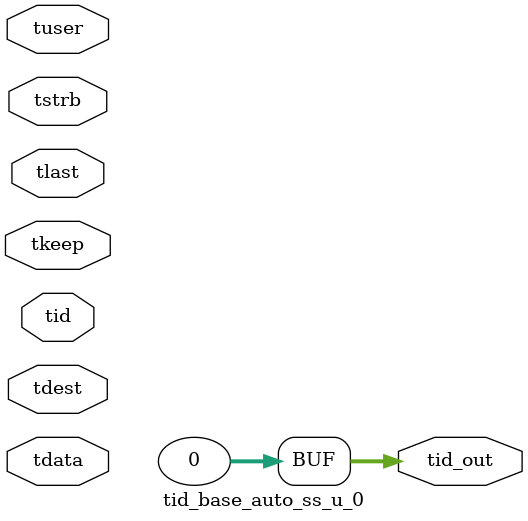
<source format=v>


`timescale 1ps/1ps

module tid_base_auto_ss_u_0 #
(
parameter C_S_AXIS_TID_WIDTH   = 1,
parameter C_S_AXIS_TUSER_WIDTH = 0,
parameter C_S_AXIS_TDATA_WIDTH = 0,
parameter C_S_AXIS_TDEST_WIDTH = 0,
parameter C_M_AXIS_TID_WIDTH   = 32
)
(
input  [(C_S_AXIS_TID_WIDTH   == 0 ? 1 : C_S_AXIS_TID_WIDTH)-1:0       ] tid,
input  [(C_S_AXIS_TDATA_WIDTH == 0 ? 1 : C_S_AXIS_TDATA_WIDTH)-1:0     ] tdata,
input  [(C_S_AXIS_TUSER_WIDTH == 0 ? 1 : C_S_AXIS_TUSER_WIDTH)-1:0     ] tuser,
input  [(C_S_AXIS_TDEST_WIDTH == 0 ? 1 : C_S_AXIS_TDEST_WIDTH)-1:0     ] tdest,
input  [(C_S_AXIS_TDATA_WIDTH/8)-1:0 ] tkeep,
input  [(C_S_AXIS_TDATA_WIDTH/8)-1:0 ] tstrb,
input                                                                    tlast,
output [(C_M_AXIS_TID_WIDTH   == 0 ? 1 : C_M_AXIS_TID_WIDTH)-1:0       ] tid_out
);

assign tid_out = {1'b0};

endmodule


</source>
